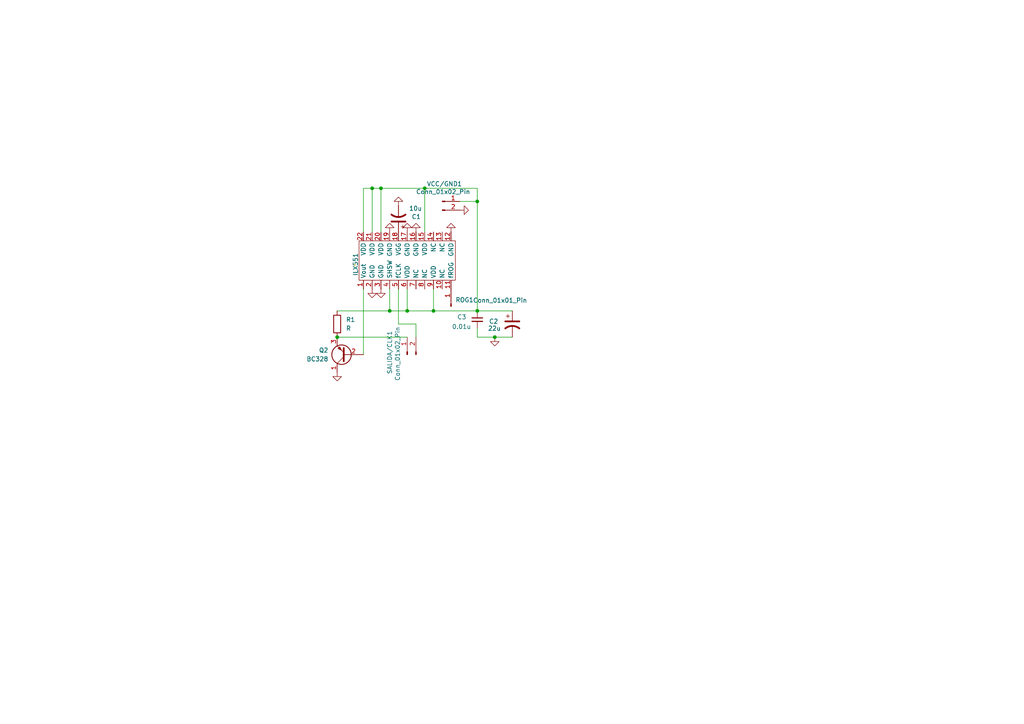
<source format=kicad_sch>
(kicad_sch
	(version 20231120)
	(generator "eeschema")
	(generator_version "8.0")
	(uuid "7d3e9db4-62da-4afb-a161-2c112d112cf8")
	(paper "A4")
	(lib_symbols
		(symbol "Connector:Conn_01x01_Pin"
			(pin_names
				(offset 1.016) hide)
			(exclude_from_sim no)
			(in_bom yes)
			(on_board yes)
			(property "Reference" "J"
				(at 0 2.54 0)
				(effects
					(font
						(size 1.27 1.27)
					)
				)
			)
			(property "Value" "Conn_01x01_Pin"
				(at 0 -2.54 0)
				(effects
					(font
						(size 1.27 1.27)
					)
				)
			)
			(property "Footprint" ""
				(at 0 0 0)
				(effects
					(font
						(size 1.27 1.27)
					)
					(hide yes)
				)
			)
			(property "Datasheet" "~"
				(at 0 0 0)
				(effects
					(font
						(size 1.27 1.27)
					)
					(hide yes)
				)
			)
			(property "Description" "Generic connector, single row, 01x01, script generated"
				(at 0 0 0)
				(effects
					(font
						(size 1.27 1.27)
					)
					(hide yes)
				)
			)
			(property "ki_locked" ""
				(at 0 0 0)
				(effects
					(font
						(size 1.27 1.27)
					)
				)
			)
			(property "ki_keywords" "connector"
				(at 0 0 0)
				(effects
					(font
						(size 1.27 1.27)
					)
					(hide yes)
				)
			)
			(property "ki_fp_filters" "Connector*:*_1x??_*"
				(at 0 0 0)
				(effects
					(font
						(size 1.27 1.27)
					)
					(hide yes)
				)
			)
			(symbol "Conn_01x01_Pin_1_1"
				(polyline
					(pts
						(xy 1.27 0) (xy 0.8636 0)
					)
					(stroke
						(width 0.1524)
						(type default)
					)
					(fill
						(type none)
					)
				)
				(rectangle
					(start 0.8636 0.127)
					(end 0 -0.127)
					(stroke
						(width 0.1524)
						(type default)
					)
					(fill
						(type outline)
					)
				)
				(pin passive line
					(at 5.08 0 180)
					(length 3.81)
					(name "Pin_1"
						(effects
							(font
								(size 1.27 1.27)
							)
						)
					)
					(number "1"
						(effects
							(font
								(size 1.27 1.27)
							)
						)
					)
				)
			)
		)
		(symbol "Connector:Conn_01x02_Pin"
			(pin_names
				(offset 1.016) hide)
			(exclude_from_sim no)
			(in_bom yes)
			(on_board yes)
			(property "Reference" "J"
				(at 0 2.54 0)
				(effects
					(font
						(size 1.27 1.27)
					)
				)
			)
			(property "Value" "Conn_01x02_Pin"
				(at 0 -5.08 0)
				(effects
					(font
						(size 1.27 1.27)
					)
				)
			)
			(property "Footprint" ""
				(at 0 0 0)
				(effects
					(font
						(size 1.27 1.27)
					)
					(hide yes)
				)
			)
			(property "Datasheet" "~"
				(at 0 0 0)
				(effects
					(font
						(size 1.27 1.27)
					)
					(hide yes)
				)
			)
			(property "Description" "Generic connector, single row, 01x02, script generated"
				(at 0 0 0)
				(effects
					(font
						(size 1.27 1.27)
					)
					(hide yes)
				)
			)
			(property "ki_locked" ""
				(at 0 0 0)
				(effects
					(font
						(size 1.27 1.27)
					)
				)
			)
			(property "ki_keywords" "connector"
				(at 0 0 0)
				(effects
					(font
						(size 1.27 1.27)
					)
					(hide yes)
				)
			)
			(property "ki_fp_filters" "Connector*:*_1x??_*"
				(at 0 0 0)
				(effects
					(font
						(size 1.27 1.27)
					)
					(hide yes)
				)
			)
			(symbol "Conn_01x02_Pin_1_1"
				(polyline
					(pts
						(xy 1.27 -2.54) (xy 0.8636 -2.54)
					)
					(stroke
						(width 0.1524)
						(type default)
					)
					(fill
						(type none)
					)
				)
				(polyline
					(pts
						(xy 1.27 0) (xy 0.8636 0)
					)
					(stroke
						(width 0.1524)
						(type default)
					)
					(fill
						(type none)
					)
				)
				(rectangle
					(start 0.8636 -2.413)
					(end 0 -2.667)
					(stroke
						(width 0.1524)
						(type default)
					)
					(fill
						(type outline)
					)
				)
				(rectangle
					(start 0.8636 0.127)
					(end 0 -0.127)
					(stroke
						(width 0.1524)
						(type default)
					)
					(fill
						(type outline)
					)
				)
				(pin passive line
					(at 5.08 0 180)
					(length 3.81)
					(name "Pin_1"
						(effects
							(font
								(size 1.27 1.27)
							)
						)
					)
					(number "1"
						(effects
							(font
								(size 1.27 1.27)
							)
						)
					)
				)
				(pin passive line
					(at 5.08 -2.54 180)
					(length 3.81)
					(name "Pin_2"
						(effects
							(font
								(size 1.27 1.27)
							)
						)
					)
					(number "2"
						(effects
							(font
								(size 1.27 1.27)
							)
						)
					)
				)
			)
		)
		(symbol "Device:C_Polarized_US"
			(pin_numbers hide)
			(pin_names
				(offset 0.254) hide)
			(exclude_from_sim no)
			(in_bom yes)
			(on_board yes)
			(property "Reference" "C"
				(at 0.635 2.54 0)
				(effects
					(font
						(size 1.27 1.27)
					)
					(justify left)
				)
			)
			(property "Value" "C_Polarized_US"
				(at 0.635 -2.54 0)
				(effects
					(font
						(size 1.27 1.27)
					)
					(justify left)
				)
			)
			(property "Footprint" ""
				(at 0 0 0)
				(effects
					(font
						(size 1.27 1.27)
					)
					(hide yes)
				)
			)
			(property "Datasheet" "~"
				(at 0 0 0)
				(effects
					(font
						(size 1.27 1.27)
					)
					(hide yes)
				)
			)
			(property "Description" "Polarized capacitor, US symbol"
				(at 0 0 0)
				(effects
					(font
						(size 1.27 1.27)
					)
					(hide yes)
				)
			)
			(property "ki_keywords" "cap capacitor"
				(at 0 0 0)
				(effects
					(font
						(size 1.27 1.27)
					)
					(hide yes)
				)
			)
			(property "ki_fp_filters" "CP_*"
				(at 0 0 0)
				(effects
					(font
						(size 1.27 1.27)
					)
					(hide yes)
				)
			)
			(symbol "C_Polarized_US_0_1"
				(polyline
					(pts
						(xy -2.032 0.762) (xy 2.032 0.762)
					)
					(stroke
						(width 0.508)
						(type default)
					)
					(fill
						(type none)
					)
				)
				(polyline
					(pts
						(xy -1.778 2.286) (xy -0.762 2.286)
					)
					(stroke
						(width 0)
						(type default)
					)
					(fill
						(type none)
					)
				)
				(polyline
					(pts
						(xy -1.27 1.778) (xy -1.27 2.794)
					)
					(stroke
						(width 0)
						(type default)
					)
					(fill
						(type none)
					)
				)
				(arc
					(start 2.032 -1.27)
					(mid 0 -0.5572)
					(end -2.032 -1.27)
					(stroke
						(width 0.508)
						(type default)
					)
					(fill
						(type none)
					)
				)
			)
			(symbol "C_Polarized_US_1_1"
				(pin passive line
					(at 0 3.81 270)
					(length 2.794)
					(name "~"
						(effects
							(font
								(size 1.27 1.27)
							)
						)
					)
					(number "1"
						(effects
							(font
								(size 1.27 1.27)
							)
						)
					)
				)
				(pin passive line
					(at 0 -3.81 90)
					(length 3.302)
					(name "~"
						(effects
							(font
								(size 1.27 1.27)
							)
						)
					)
					(number "2"
						(effects
							(font
								(size 1.27 1.27)
							)
						)
					)
				)
			)
		)
		(symbol "Device:C_Small"
			(pin_numbers hide)
			(pin_names
				(offset 0.254) hide)
			(exclude_from_sim no)
			(in_bom yes)
			(on_board yes)
			(property "Reference" "C"
				(at 0.254 1.778 0)
				(effects
					(font
						(size 1.27 1.27)
					)
					(justify left)
				)
			)
			(property "Value" "C_Small"
				(at 0.254 -2.032 0)
				(effects
					(font
						(size 1.27 1.27)
					)
					(justify left)
				)
			)
			(property "Footprint" ""
				(at 0 0 0)
				(effects
					(font
						(size 1.27 1.27)
					)
					(hide yes)
				)
			)
			(property "Datasheet" "~"
				(at 0 0 0)
				(effects
					(font
						(size 1.27 1.27)
					)
					(hide yes)
				)
			)
			(property "Description" "Unpolarized capacitor, small symbol"
				(at 0 0 0)
				(effects
					(font
						(size 1.27 1.27)
					)
					(hide yes)
				)
			)
			(property "ki_keywords" "capacitor cap"
				(at 0 0 0)
				(effects
					(font
						(size 1.27 1.27)
					)
					(hide yes)
				)
			)
			(property "ki_fp_filters" "C_*"
				(at 0 0 0)
				(effects
					(font
						(size 1.27 1.27)
					)
					(hide yes)
				)
			)
			(symbol "C_Small_0_1"
				(polyline
					(pts
						(xy -1.524 -0.508) (xy 1.524 -0.508)
					)
					(stroke
						(width 0.3302)
						(type default)
					)
					(fill
						(type none)
					)
				)
				(polyline
					(pts
						(xy -1.524 0.508) (xy 1.524 0.508)
					)
					(stroke
						(width 0.3048)
						(type default)
					)
					(fill
						(type none)
					)
				)
			)
			(symbol "C_Small_1_1"
				(pin passive line
					(at 0 2.54 270)
					(length 2.032)
					(name "~"
						(effects
							(font
								(size 1.27 1.27)
							)
						)
					)
					(number "1"
						(effects
							(font
								(size 1.27 1.27)
							)
						)
					)
				)
				(pin passive line
					(at 0 -2.54 90)
					(length 2.032)
					(name "~"
						(effects
							(font
								(size 1.27 1.27)
							)
						)
					)
					(number "2"
						(effects
							(font
								(size 1.27 1.27)
							)
						)
					)
				)
			)
		)
		(symbol "Device:R"
			(pin_numbers hide)
			(pin_names
				(offset 0)
			)
			(exclude_from_sim no)
			(in_bom yes)
			(on_board yes)
			(property "Reference" "R"
				(at 2.032 0 90)
				(effects
					(font
						(size 1.27 1.27)
					)
				)
			)
			(property "Value" "R"
				(at 0 0 90)
				(effects
					(font
						(size 1.27 1.27)
					)
				)
			)
			(property "Footprint" ""
				(at -1.778 0 90)
				(effects
					(font
						(size 1.27 1.27)
					)
					(hide yes)
				)
			)
			(property "Datasheet" "~"
				(at 0 0 0)
				(effects
					(font
						(size 1.27 1.27)
					)
					(hide yes)
				)
			)
			(property "Description" "Resistor"
				(at 0 0 0)
				(effects
					(font
						(size 1.27 1.27)
					)
					(hide yes)
				)
			)
			(property "ki_keywords" "R res resistor"
				(at 0 0 0)
				(effects
					(font
						(size 1.27 1.27)
					)
					(hide yes)
				)
			)
			(property "ki_fp_filters" "R_*"
				(at 0 0 0)
				(effects
					(font
						(size 1.27 1.27)
					)
					(hide yes)
				)
			)
			(symbol "R_0_1"
				(rectangle
					(start -1.016 -2.54)
					(end 1.016 2.54)
					(stroke
						(width 0.254)
						(type default)
					)
					(fill
						(type none)
					)
				)
			)
			(symbol "R_1_1"
				(pin passive line
					(at 0 3.81 270)
					(length 1.27)
					(name "~"
						(effects
							(font
								(size 1.27 1.27)
							)
						)
					)
					(number "1"
						(effects
							(font
								(size 1.27 1.27)
							)
						)
					)
				)
				(pin passive line
					(at 0 -3.81 90)
					(length 1.27)
					(name "~"
						(effects
							(font
								(size 1.27 1.27)
							)
						)
					)
					(number "2"
						(effects
							(font
								(size 1.27 1.27)
							)
						)
					)
				)
			)
		)
		(symbol "Transistor_BJT:BC328"
			(pin_names
				(offset 0) hide)
			(exclude_from_sim no)
			(in_bom yes)
			(on_board yes)
			(property "Reference" "Q"
				(at 5.08 1.905 0)
				(effects
					(font
						(size 1.27 1.27)
					)
					(justify left)
				)
			)
			(property "Value" "BC328"
				(at 5.08 0 0)
				(effects
					(font
						(size 1.27 1.27)
					)
					(justify left)
				)
			)
			(property "Footprint" "Package_TO_SOT_THT:TO-92_Inline"
				(at 5.08 -1.905 0)
				(effects
					(font
						(size 1.27 1.27)
						(italic yes)
					)
					(justify left)
					(hide yes)
				)
			)
			(property "Datasheet" "http://www.redrok.com/PNP_BC327_-45V_-800mA_0.625W_Hfe100_TO-92.pdf"
				(at 0 0 0)
				(effects
					(font
						(size 1.27 1.27)
					)
					(justify left)
					(hide yes)
				)
			)
			(property "Description" "0.8A Ic, 25V Vce, PNP Transistor, TO-92"
				(at 0 0 0)
				(effects
					(font
						(size 1.27 1.27)
					)
					(hide yes)
				)
			)
			(property "ki_keywords" "PNP Transistor"
				(at 0 0 0)
				(effects
					(font
						(size 1.27 1.27)
					)
					(hide yes)
				)
			)
			(property "ki_fp_filters" "TO?92*"
				(at 0 0 0)
				(effects
					(font
						(size 1.27 1.27)
					)
					(hide yes)
				)
			)
			(symbol "BC328_0_1"
				(polyline
					(pts
						(xy 0.635 0.635) (xy 2.54 2.54)
					)
					(stroke
						(width 0)
						(type default)
					)
					(fill
						(type none)
					)
				)
				(polyline
					(pts
						(xy 0.635 -0.635) (xy 2.54 -2.54) (xy 2.54 -2.54)
					)
					(stroke
						(width 0)
						(type default)
					)
					(fill
						(type none)
					)
				)
				(polyline
					(pts
						(xy 0.635 1.905) (xy 0.635 -1.905) (xy 0.635 -1.905)
					)
					(stroke
						(width 0.508)
						(type default)
					)
					(fill
						(type none)
					)
				)
				(polyline
					(pts
						(xy 2.286 -1.778) (xy 1.778 -2.286) (xy 1.27 -1.27) (xy 2.286 -1.778) (xy 2.286 -1.778)
					)
					(stroke
						(width 0)
						(type default)
					)
					(fill
						(type outline)
					)
				)
				(circle
					(center 1.27 0)
					(radius 2.8194)
					(stroke
						(width 0.254)
						(type default)
					)
					(fill
						(type none)
					)
				)
			)
			(symbol "BC328_1_1"
				(pin passive line
					(at 2.54 5.08 270)
					(length 2.54)
					(name "C"
						(effects
							(font
								(size 1.27 1.27)
							)
						)
					)
					(number "1"
						(effects
							(font
								(size 1.27 1.27)
							)
						)
					)
				)
				(pin input line
					(at -5.08 0 0)
					(length 5.715)
					(name "B"
						(effects
							(font
								(size 1.27 1.27)
							)
						)
					)
					(number "2"
						(effects
							(font
								(size 1.27 1.27)
							)
						)
					)
				)
				(pin passive line
					(at 2.54 -5.08 90)
					(length 2.54)
					(name "E"
						(effects
							(font
								(size 1.27 1.27)
							)
						)
					)
					(number "3"
						(effects
							(font
								(size 1.27 1.27)
							)
						)
					)
				)
			)
		)
		(symbol "ilx551_1"
			(exclude_from_sim no)
			(in_bom yes)
			(on_board yes)
			(property "Reference" "ILX551"
				(at 3.302 7.366 0)
				(effects
					(font
						(size 1.27 1.27)
					)
				)
			)
			(property "Value" "~"
				(at 3.175 7.62 0)
				(effects
					(font
						(size 1.27 1.27)
						(color 255 229 97 1)
					)
				)
			)
			(property "Footprint" "Package_DIP:DIP-22_W10.16mm_Socket_LongPads"
				(at 2.794 -23.876 0)
				(effects
					(font
						(size 1.27 1.27)
						(color 255 229 97 1)
					)
					(hide yes)
				)
			)
			(property "Datasheet" ""
				(at 0 0 0)
				(effects
					(font
						(size 1.27 1.27)
						(color 255 229 97 1)
					)
					(hide yes)
				)
			)
			(property "Description" ""
				(at 0 0 0)
				(effects
					(font
						(size 1.27 1.27)
						(color 255 229 97 1)
					)
					(hide yes)
				)
			)
			(symbol "ilx551_1_0_1"
				(polyline
					(pts
						(xy -1.27 6.35) (xy -1.27 -21.59) (xy 10.16 -21.59) (xy 10.16 6.35) (xy -1.27 6.35)
					)
					(stroke
						(width 0)
						(type default)
					)
					(fill
						(type none)
					)
				)
			)
			(symbol "ilx551_1_1_1"
				(pin input line
					(at -3.81 5.08 0)
					(length 2.54)
					(name "Vout"
						(effects
							(font
								(size 1.27 1.27)
							)
						)
					)
					(number "1"
						(effects
							(font
								(size 1.27 1.27)
							)
						)
					)
				)
				(pin input line
					(at -3.81 -17.78 0)
					(length 2.54)
					(name "NC"
						(effects
							(font
								(size 1.27 1.27)
							)
						)
					)
					(number "10"
						(effects
							(font
								(size 1.27 1.27)
							)
						)
					)
				)
				(pin input line
					(at -3.81 -20.32 0)
					(length 2.54)
					(name "fROG"
						(effects
							(font
								(size 1.27 1.27)
							)
						)
					)
					(number "11"
						(effects
							(font
								(size 1.27 1.27)
							)
						)
					)
				)
				(pin input line
					(at 12.7 -20.32 180)
					(length 2.54)
					(name "GND"
						(effects
							(font
								(size 1.27 1.27)
							)
						)
					)
					(number "12"
						(effects
							(font
								(size 1.27 1.27)
							)
						)
					)
				)
				(pin input line
					(at 12.7 -17.78 180)
					(length 2.54)
					(name "NC"
						(effects
							(font
								(size 1.27 1.27)
							)
						)
					)
					(number "13"
						(effects
							(font
								(size 1.27 1.27)
							)
						)
					)
				)
				(pin input line
					(at 12.7 -15.24 180)
					(length 2.54)
					(name "NC"
						(effects
							(font
								(size 1.27 1.27)
							)
						)
					)
					(number "14"
						(effects
							(font
								(size 1.27 1.27)
							)
						)
					)
				)
				(pin input line
					(at 12.7 -12.7 180)
					(length 2.54)
					(name "VDD"
						(effects
							(font
								(size 1.27 1.27)
							)
						)
					)
					(number "15"
						(effects
							(font
								(size 1.27 1.27)
							)
						)
					)
				)
				(pin input line
					(at 12.7 -10.16 180)
					(length 2.54)
					(name "GND"
						(effects
							(font
								(size 1.27 1.27)
							)
						)
					)
					(number "16"
						(effects
							(font
								(size 1.27 1.27)
							)
						)
					)
				)
				(pin input line
					(at 12.7 -7.62 180)
					(length 2.54)
					(name "GND"
						(effects
							(font
								(size 1.27 1.27)
							)
						)
					)
					(number "17"
						(effects
							(font
								(size 1.27 1.27)
							)
						)
					)
				)
				(pin input line
					(at 12.7 -5.08 180)
					(length 2.54)
					(name "VGG"
						(effects
							(font
								(size 1.27 1.27)
							)
						)
					)
					(number "18"
						(effects
							(font
								(size 1.27 1.27)
							)
						)
					)
				)
				(pin input line
					(at 12.7 -2.54 180)
					(length 2.54)
					(name "GND"
						(effects
							(font
								(size 1.27 1.27)
							)
						)
					)
					(number "19"
						(effects
							(font
								(size 1.27 1.27)
							)
						)
					)
				)
				(pin input line
					(at -3.81 2.54 0)
					(length 2.54)
					(name "GND"
						(effects
							(font
								(size 1.27 1.27)
							)
						)
					)
					(number "2"
						(effects
							(font
								(size 1.27 1.27)
							)
						)
					)
				)
				(pin input line
					(at 12.7 0 180)
					(length 2.54)
					(name "VDD"
						(effects
							(font
								(size 1.27 1.27)
							)
						)
					)
					(number "20"
						(effects
							(font
								(size 1.27 1.27)
							)
						)
					)
				)
				(pin input line
					(at 12.7 2.54 180)
					(length 2.54)
					(name "VDD"
						(effects
							(font
								(size 1.27 1.27)
							)
						)
					)
					(number "21"
						(effects
							(font
								(size 1.27 1.27)
							)
						)
					)
				)
				(pin input line
					(at 12.7 5.08 180)
					(length 2.54)
					(name "VDD"
						(effects
							(font
								(size 1.27 1.27)
							)
						)
					)
					(number "22"
						(effects
							(font
								(size 1.27 1.27)
							)
						)
					)
				)
				(pin input line
					(at -3.81 0 0)
					(length 2.54)
					(name "GND"
						(effects
							(font
								(size 1.27 1.27)
							)
						)
					)
					(number "3"
						(effects
							(font
								(size 1.27 1.27)
							)
						)
					)
				)
				(pin input line
					(at -3.81 -2.54 0)
					(length 2.54)
					(name "SHSW"
						(effects
							(font
								(size 1.27 1.27)
							)
						)
					)
					(number "4"
						(effects
							(font
								(size 1.27 1.27)
							)
						)
					)
				)
				(pin input line
					(at -3.81 -5.08 0)
					(length 2.54)
					(name "fCLK"
						(effects
							(font
								(size 1.27 1.27)
							)
						)
					)
					(number "5"
						(effects
							(font
								(size 1.27 1.27)
							)
						)
					)
				)
				(pin input line
					(at -3.81 -7.62 0)
					(length 2.54)
					(name "VDD"
						(effects
							(font
								(size 1.27 1.27)
							)
						)
					)
					(number "6"
						(effects
							(font
								(size 1.27 1.27)
							)
						)
					)
				)
				(pin input line
					(at -3.81 -10.16 0)
					(length 2.54)
					(name "NC"
						(effects
							(font
								(size 1.27 1.27)
							)
						)
					)
					(number "7"
						(effects
							(font
								(size 1.27 1.27)
							)
						)
					)
				)
				(pin input line
					(at -3.81 -12.7 0)
					(length 2.54)
					(name "NC"
						(effects
							(font
								(size 1.27 1.27)
							)
						)
					)
					(number "8"
						(effects
							(font
								(size 1.27 1.27)
							)
						)
					)
				)
				(pin input line
					(at -3.81 -15.24 0)
					(length 2.54)
					(name "VDD"
						(effects
							(font
								(size 1.27 1.27)
							)
						)
					)
					(number "9"
						(effects
							(font
								(size 1.27 1.27)
							)
						)
					)
				)
			)
		)
		(symbol "power:GND"
			(power)
			(pin_numbers hide)
			(pin_names
				(offset 0) hide)
			(exclude_from_sim no)
			(in_bom yes)
			(on_board yes)
			(property "Reference" "#PWR"
				(at 0 -6.35 0)
				(effects
					(font
						(size 1.27 1.27)
					)
					(hide yes)
				)
			)
			(property "Value" "GND"
				(at 0 -3.81 0)
				(effects
					(font
						(size 1.27 1.27)
					)
				)
			)
			(property "Footprint" ""
				(at 0 0 0)
				(effects
					(font
						(size 1.27 1.27)
					)
					(hide yes)
				)
			)
			(property "Datasheet" ""
				(at 0 0 0)
				(effects
					(font
						(size 1.27 1.27)
					)
					(hide yes)
				)
			)
			(property "Description" "Power symbol creates a global label with name \"GND\" , ground"
				(at 0 0 0)
				(effects
					(font
						(size 1.27 1.27)
					)
					(hide yes)
				)
			)
			(property "ki_keywords" "global power"
				(at 0 0 0)
				(effects
					(font
						(size 1.27 1.27)
					)
					(hide yes)
				)
			)
			(symbol "GND_0_1"
				(polyline
					(pts
						(xy 0 0) (xy 0 -1.27) (xy 1.27 -1.27) (xy 0 -2.54) (xy -1.27 -1.27) (xy 0 -1.27)
					)
					(stroke
						(width 0)
						(type default)
					)
					(fill
						(type none)
					)
				)
			)
			(symbol "GND_1_1"
				(pin power_in line
					(at 0 0 270)
					(length 0)
					(name "~"
						(effects
							(font
								(size 1.27 1.27)
							)
						)
					)
					(number "1"
						(effects
							(font
								(size 1.27 1.27)
							)
						)
					)
				)
			)
		)
	)
	(junction
		(at 125.73 90.17)
		(diameter 0)
		(color 0 0 0 0)
		(uuid "1b43eaa0-d974-438c-a5d6-15c08012eb98")
	)
	(junction
		(at 143.51 97.79)
		(diameter 0)
		(color 0 0 0 0)
		(uuid "213cc823-ff85-4dd6-914f-3a5a255e717c")
	)
	(junction
		(at 123.19 54.61)
		(diameter 0)
		(color 0 0 0 0)
		(uuid "351e43af-e364-420e-820f-d95ae4e444ab")
	)
	(junction
		(at 113.03 90.17)
		(diameter 0)
		(color 0 0 0 0)
		(uuid "43b1673c-f5e8-4d8a-8a47-d1ca87d6560a")
	)
	(junction
		(at 138.43 58.42)
		(diameter 0)
		(color 0 0 0 0)
		(uuid "73ca9110-8641-45ee-bf41-3e1d9d07c1ca")
	)
	(junction
		(at 138.43 90.17)
		(diameter 0)
		(color 0 0 0 0)
		(uuid "7de9d554-f514-40ab-b369-f199c5ca9c72")
	)
	(junction
		(at 110.49 54.61)
		(diameter 0)
		(color 0 0 0 0)
		(uuid "87a77264-c67d-40d1-9fc9-f81d9a94a8eb")
	)
	(junction
		(at 97.79 97.79)
		(diameter 0)
		(color 0 0 0 0)
		(uuid "9bb18a7a-8bf1-436d-9da7-db98230c9859")
	)
	(junction
		(at 118.11 90.17)
		(diameter 0)
		(color 0 0 0 0)
		(uuid "b6bf2590-d166-4d3e-ac3e-e809052a9a0b")
	)
	(junction
		(at 107.95 54.61)
		(diameter 0)
		(color 0 0 0 0)
		(uuid "e1bbdd29-0a75-4f3a-9a63-798c2191fd2b")
	)
	(wire
		(pts
			(xy 125.73 90.17) (xy 118.11 90.17)
		)
		(stroke
			(width 0)
			(type default)
		)
		(uuid "0b3b87af-0fa7-4e82-8366-3983f1e393c6")
	)
	(wire
		(pts
			(xy 125.73 83.82) (xy 125.73 90.17)
		)
		(stroke
			(width 0)
			(type default)
		)
		(uuid "18774973-c066-4a6c-a952-07b2be87ae78")
	)
	(wire
		(pts
			(xy 143.51 97.79) (xy 148.59 97.79)
		)
		(stroke
			(width 0)
			(type default)
		)
		(uuid "1a211abb-e0f1-432b-aee4-65b3be20dab4")
	)
	(wire
		(pts
			(xy 105.41 54.61) (xy 107.95 54.61)
		)
		(stroke
			(width 0)
			(type default)
		)
		(uuid "2fa0a87f-3e74-4f1a-858b-775aa31d5512")
	)
	(wire
		(pts
			(xy 133.35 58.42) (xy 138.43 58.42)
		)
		(stroke
			(width 0)
			(type default)
		)
		(uuid "305f59d3-3ce8-42b3-b444-74edc8e660e4")
	)
	(wire
		(pts
			(xy 138.43 90.17) (xy 148.59 90.17)
		)
		(stroke
			(width 0)
			(type default)
		)
		(uuid "4adb4881-8483-4d9e-94d8-ffcd8298d733")
	)
	(wire
		(pts
			(xy 138.43 54.61) (xy 138.43 58.42)
		)
		(stroke
			(width 0)
			(type default)
		)
		(uuid "53a9a706-38de-43c3-9cc3-4e3dc496c539")
	)
	(wire
		(pts
			(xy 118.11 83.82) (xy 118.11 90.17)
		)
		(stroke
			(width 0)
			(type default)
		)
		(uuid "55fd2183-e1ae-428a-a708-cd5459fbd6b6")
	)
	(wire
		(pts
			(xy 120.65 93.98) (xy 120.65 97.79)
		)
		(stroke
			(width 0)
			(type default)
		)
		(uuid "5933e009-d9bd-4d11-9360-45138d7982de")
	)
	(wire
		(pts
			(xy 115.57 83.82) (xy 115.57 93.98)
		)
		(stroke
			(width 0)
			(type default)
		)
		(uuid "6aa82a4a-5251-4909-be03-f5b439808fc1")
	)
	(wire
		(pts
			(xy 105.41 83.82) (xy 105.41 102.87)
		)
		(stroke
			(width 0)
			(type default)
		)
		(uuid "75be1360-fecd-422b-b43c-ba4bb046b9f5")
	)
	(wire
		(pts
			(xy 123.19 54.61) (xy 138.43 54.61)
		)
		(stroke
			(width 0)
			(type default)
		)
		(uuid "87ea0f08-4180-44ca-8326-6d8a13f74690")
	)
	(wire
		(pts
			(xy 110.49 54.61) (xy 123.19 54.61)
		)
		(stroke
			(width 0)
			(type default)
		)
		(uuid "97ae0f41-3d1e-4163-96da-7e0a868a3c73")
	)
	(wire
		(pts
			(xy 110.49 54.61) (xy 110.49 67.31)
		)
		(stroke
			(width 0)
			(type default)
		)
		(uuid "98331ece-75d4-4fa6-8776-6a4b00e9b25f")
	)
	(wire
		(pts
			(xy 118.11 90.17) (xy 113.03 90.17)
		)
		(stroke
			(width 0)
			(type default)
		)
		(uuid "9a047fb9-b226-4dec-8d6e-3f1e4d1c3d96")
	)
	(wire
		(pts
			(xy 138.43 97.79) (xy 143.51 97.79)
		)
		(stroke
			(width 0)
			(type default)
		)
		(uuid "9bbeb842-6ed0-45d9-9ae5-781b5d7f51fb")
	)
	(wire
		(pts
			(xy 97.79 97.79) (xy 118.11 97.79)
		)
		(stroke
			(width 0)
			(type default)
		)
		(uuid "a7e4a449-4fc0-498b-b703-2784c65263d8")
	)
	(wire
		(pts
			(xy 138.43 97.79) (xy 138.43 95.25)
		)
		(stroke
			(width 0)
			(type default)
		)
		(uuid "a8681337-3a01-4644-b02a-e2aa2a2a0b78")
	)
	(wire
		(pts
			(xy 107.95 54.61) (xy 110.49 54.61)
		)
		(stroke
			(width 0)
			(type default)
		)
		(uuid "ac1ba9a0-893c-4410-b905-fa9adecd286f")
	)
	(wire
		(pts
			(xy 138.43 58.42) (xy 138.43 90.17)
		)
		(stroke
			(width 0)
			(type default)
		)
		(uuid "b2b6be0a-f589-4aae-a62f-60c2c76c6f6b")
	)
	(wire
		(pts
			(xy 107.95 54.61) (xy 107.95 67.31)
		)
		(stroke
			(width 0)
			(type default)
		)
		(uuid "c0879cf7-e677-420f-bd8f-c072a5acddec")
	)
	(wire
		(pts
			(xy 138.43 90.17) (xy 125.73 90.17)
		)
		(stroke
			(width 0)
			(type default)
		)
		(uuid "ccf633b4-9f7d-4f85-a69b-b88de4fbb56a")
	)
	(wire
		(pts
			(xy 105.41 54.61) (xy 105.41 67.31)
		)
		(stroke
			(width 0)
			(type default)
		)
		(uuid "d08d142a-3fb9-4282-8997-8c589ed7c417")
	)
	(wire
		(pts
			(xy 97.79 90.17) (xy 113.03 90.17)
		)
		(stroke
			(width 0)
			(type default)
		)
		(uuid "d4877a1a-62dd-4e43-9b9d-290190550f86")
	)
	(wire
		(pts
			(xy 113.03 83.82) (xy 113.03 90.17)
		)
		(stroke
			(width 0)
			(type default)
		)
		(uuid "da534d34-d37a-4a1a-a7f1-0377696d611c")
	)
	(wire
		(pts
			(xy 115.57 93.98) (xy 120.65 93.98)
		)
		(stroke
			(width 0)
			(type default)
		)
		(uuid "e549e000-c6cf-4e1e-9d21-49022bff5478")
	)
	(wire
		(pts
			(xy 123.19 54.61) (xy 123.19 67.31)
		)
		(stroke
			(width 0)
			(type default)
		)
		(uuid "e898c87a-01f2-4f2e-9065-e53248a945a5")
	)
	(symbol
		(lib_id "power:GND")
		(at 113.03 67.31 180)
		(unit 1)
		(exclude_from_sim no)
		(in_bom yes)
		(on_board yes)
		(dnp no)
		(fields_autoplaced yes)
		(uuid "0ac4644a-46ab-4978-acb0-4608ebcb0b1f")
		(property "Reference" "#PWR02"
			(at 113.03 60.96 0)
			(effects
				(font
					(size 1.27 1.27)
				)
				(hide yes)
			)
		)
		(property "Value" "GND"
			(at 113.03 62.23 0)
			(effects
				(font
					(size 1.27 1.27)
				)
				(hide yes)
			)
		)
		(property "Footprint" ""
			(at 113.03 67.31 0)
			(effects
				(font
					(size 1.27 1.27)
				)
				(hide yes)
			)
		)
		(property "Datasheet" ""
			(at 113.03 67.31 0)
			(effects
				(font
					(size 1.27 1.27)
				)
				(hide yes)
			)
		)
		(property "Description" "Power symbol creates a global label with name \"GND\" , ground"
			(at 113.03 67.31 0)
			(effects
				(font
					(size 1.27 1.27)
				)
				(hide yes)
			)
		)
		(pin "1"
			(uuid "72fd3ef5-79dc-48fd-8c4f-0dc97a26d665")
		)
		(instances
			(project "ILX551"
				(path "/7d3e9db4-62da-4afb-a161-2c112d112cf8"
					(reference "#PWR02")
					(unit 1)
				)
			)
		)
	)
	(symbol
		(lib_id "Device:C_Polarized_US")
		(at 148.59 93.98 0)
		(unit 1)
		(exclude_from_sim no)
		(in_bom yes)
		(on_board yes)
		(dnp no)
		(uuid "188d4859-2659-4289-b2ee-37c67c4f2ac3")
		(property "Reference" "C2"
			(at 144.526 93.218 0)
			(effects
				(font
					(size 1.27 1.27)
				)
				(justify right)
			)
		)
		(property "Value" "22u"
			(at 145.288 95.25 0)
			(effects
				(font
					(size 1.27 1.27)
				)
				(justify right)
			)
		)
		(property "Footprint" "Capacitor_THT:CP_Radial_D5.0mm_P2.50mm"
			(at 148.59 93.98 0)
			(effects
				(font
					(size 1.27 1.27)
				)
				(hide yes)
			)
		)
		(property "Datasheet" "~"
			(at 148.59 93.98 0)
			(effects
				(font
					(size 1.27 1.27)
				)
				(hide yes)
			)
		)
		(property "Description" "Polarized capacitor, US symbol"
			(at 148.59 93.98 0)
			(effects
				(font
					(size 1.27 1.27)
				)
				(hide yes)
			)
		)
		(pin "2"
			(uuid "418cadb1-37ac-4a8f-9925-797de6d2b5a8")
		)
		(pin "1"
			(uuid "f1c1f543-74c2-4327-a27d-c8634975c78d")
		)
		(instances
			(project "ILX551"
				(path "/7d3e9db4-62da-4afb-a161-2c112d112cf8"
					(reference "C2")
					(unit 1)
				)
			)
		)
	)
	(symbol
		(lib_id "power:GND")
		(at 133.35 60.96 90)
		(unit 1)
		(exclude_from_sim no)
		(in_bom yes)
		(on_board yes)
		(dnp no)
		(fields_autoplaced yes)
		(uuid "28a42f3d-35cb-4d15-ad82-72a6e4147da1")
		(property "Reference" "#PWR010"
			(at 139.7 60.96 0)
			(effects
				(font
					(size 1.27 1.27)
				)
				(hide yes)
			)
		)
		(property "Value" "GND"
			(at 138.43 60.96 0)
			(effects
				(font
					(size 1.27 1.27)
				)
				(hide yes)
			)
		)
		(property "Footprint" ""
			(at 133.35 60.96 0)
			(effects
				(font
					(size 1.27 1.27)
				)
				(hide yes)
			)
		)
		(property "Datasheet" ""
			(at 133.35 60.96 0)
			(effects
				(font
					(size 1.27 1.27)
				)
				(hide yes)
			)
		)
		(property "Description" "Power symbol creates a global label with name \"GND\" , ground"
			(at 133.35 60.96 0)
			(effects
				(font
					(size 1.27 1.27)
				)
				(hide yes)
			)
		)
		(pin "1"
			(uuid "b1cec063-b182-405c-bd43-50c09a723a40")
		)
		(instances
			(project "ILX551"
				(path "/7d3e9db4-62da-4afb-a161-2c112d112cf8"
					(reference "#PWR010")
					(unit 1)
				)
			)
		)
	)
	(symbol
		(lib_id "power:GND")
		(at 97.79 107.95 0)
		(unit 1)
		(exclude_from_sim no)
		(in_bom yes)
		(on_board yes)
		(dnp no)
		(uuid "2954667a-3287-4624-8bab-bee2d196acd3")
		(property "Reference" "#PWR01"
			(at 97.79 114.3 0)
			(effects
				(font
					(size 1.27 1.27)
				)
				(hide yes)
			)
		)
		(property "Value" "GND"
			(at 97.79 112.776 0)
			(effects
				(font
					(size 1.27 1.27)
				)
				(hide yes)
			)
		)
		(property "Footprint" ""
			(at 97.79 107.95 0)
			(effects
				(font
					(size 1.27 1.27)
				)
				(hide yes)
			)
		)
		(property "Datasheet" ""
			(at 97.79 107.95 0)
			(effects
				(font
					(size 1.27 1.27)
				)
				(hide yes)
			)
		)
		(property "Description" "Power symbol creates a global label with name \"GND\" , ground"
			(at 97.79 107.95 0)
			(effects
				(font
					(size 1.27 1.27)
				)
				(hide yes)
			)
		)
		(pin "1"
			(uuid "59f796f4-9b93-4116-8526-c6d6a0928890")
		)
		(instances
			(project "ILX551"
				(path "/7d3e9db4-62da-4afb-a161-2c112d112cf8"
					(reference "#PWR01")
					(unit 1)
				)
			)
		)
	)
	(symbol
		(lib_id "power:GND")
		(at 120.65 67.31 180)
		(unit 1)
		(exclude_from_sim no)
		(in_bom yes)
		(on_board yes)
		(dnp no)
		(fields_autoplaced yes)
		(uuid "38143e6b-241e-4b5d-88c0-b9dbb82f4025")
		(property "Reference" "#PWR04"
			(at 120.65 60.96 0)
			(effects
				(font
					(size 1.27 1.27)
				)
				(hide yes)
			)
		)
		(property "Value" "GND"
			(at 120.65 62.23 0)
			(effects
				(font
					(size 1.27 1.27)
				)
				(hide yes)
			)
		)
		(property "Footprint" ""
			(at 120.65 67.31 0)
			(effects
				(font
					(size 1.27 1.27)
				)
				(hide yes)
			)
		)
		(property "Datasheet" ""
			(at 120.65 67.31 0)
			(effects
				(font
					(size 1.27 1.27)
				)
				(hide yes)
			)
		)
		(property "Description" "Power symbol creates a global label with name \"GND\" , ground"
			(at 120.65 67.31 0)
			(effects
				(font
					(size 1.27 1.27)
				)
				(hide yes)
			)
		)
		(pin "1"
			(uuid "c77d79fb-bddd-4f59-a3ec-302c0e789b62")
		)
		(instances
			(project "ILX551"
				(path "/7d3e9db4-62da-4afb-a161-2c112d112cf8"
					(reference "#PWR04")
					(unit 1)
				)
			)
		)
	)
	(symbol
		(lib_id "power:GND")
		(at 118.11 67.31 180)
		(unit 1)
		(exclude_from_sim no)
		(in_bom yes)
		(on_board yes)
		(dnp no)
		(fields_autoplaced yes)
		(uuid "3883d23d-4c11-45f1-ae21-62dfdf974042")
		(property "Reference" "#PWR03"
			(at 118.11 60.96 0)
			(effects
				(font
					(size 1.27 1.27)
				)
				(hide yes)
			)
		)
		(property "Value" "GND"
			(at 118.11 62.23 0)
			(effects
				(font
					(size 1.27 1.27)
				)
				(hide yes)
			)
		)
		(property "Footprint" ""
			(at 118.11 67.31 0)
			(effects
				(font
					(size 1.27 1.27)
				)
				(hide yes)
			)
		)
		(property "Datasheet" ""
			(at 118.11 67.31 0)
			(effects
				(font
					(size 1.27 1.27)
				)
				(hide yes)
			)
		)
		(property "Description" "Power symbol creates a global label with name \"GND\" , ground"
			(at 118.11 67.31 0)
			(effects
				(font
					(size 1.27 1.27)
				)
				(hide yes)
			)
		)
		(pin "1"
			(uuid "867eec80-298a-48a6-acda-0104f7a0f0c5")
		)
		(instances
			(project "ILX551"
				(path "/7d3e9db4-62da-4afb-a161-2c112d112cf8"
					(reference "#PWR03")
					(unit 1)
				)
			)
		)
	)
	(symbol
		(lib_id "Device:R")
		(at 97.79 93.98 0)
		(unit 1)
		(exclude_from_sim no)
		(in_bom yes)
		(on_board yes)
		(dnp no)
		(fields_autoplaced yes)
		(uuid "3af8626c-4fc3-409a-ab0b-4dabb4bec0cc")
		(property "Reference" "R1"
			(at 100.33 92.7099 0)
			(effects
				(font
					(size 1.27 1.27)
				)
				(justify left)
			)
		)
		(property "Value" "R"
			(at 100.33 95.2499 0)
			(effects
				(font
					(size 1.27 1.27)
				)
				(justify left)
			)
		)
		(property "Footprint" "Resistor_THT:R_Axial_DIN0204_L3.6mm_D1.6mm_P2.54mm_Vertical"
			(at 96.012 93.98 90)
			(effects
				(font
					(size 1.27 1.27)
				)
				(hide yes)
			)
		)
		(property "Datasheet" "~"
			(at 97.79 93.98 0)
			(effects
				(font
					(size 1.27 1.27)
				)
				(hide yes)
			)
		)
		(property "Description" "Resistor"
			(at 97.79 93.98 0)
			(effects
				(font
					(size 1.27 1.27)
				)
				(hide yes)
			)
		)
		(pin "1"
			(uuid "d85a5f4c-81a2-4fa4-8860-3acea1d4b8e7")
		)
		(pin "2"
			(uuid "67c63d7c-bc98-45d0-b2a0-15ff994c20a8")
		)
		(instances
			(project "ILX551"
				(path "/7d3e9db4-62da-4afb-a161-2c112d112cf8"
					(reference "R1")
					(unit 1)
				)
			)
		)
	)
	(symbol
		(lib_id "Connector:Conn_01x01_Pin")
		(at 130.81 88.9 90)
		(unit 1)
		(exclude_from_sim no)
		(in_bom yes)
		(on_board yes)
		(dnp no)
		(uuid "4a0159c8-b744-4789-a399-cd2a0305c4c5")
		(property "Reference" "ROG1"
			(at 132.08 86.9949 90)
			(effects
				(font
					(size 1.27 1.27)
				)
				(justify right)
			)
		)
		(property "Value" "Conn_01x01_Pin"
			(at 137.16 87.122 90)
			(effects
				(font
					(size 1.27 1.27)
				)
				(justify right)
			)
		)
		(property "Footprint" "Connector_PinHeader_1.00mm:PinHeader_1x01_P1.00mm_Vertical"
			(at 130.81 88.9 0)
			(effects
				(font
					(size 1.27 1.27)
				)
				(hide yes)
			)
		)
		(property "Datasheet" "~"
			(at 130.81 88.9 0)
			(effects
				(font
					(size 1.27 1.27)
				)
				(hide yes)
			)
		)
		(property "Description" "Generic connector, single row, 01x01, script generated"
			(at 130.81 88.9 0)
			(effects
				(font
					(size 1.27 1.27)
				)
				(hide yes)
			)
		)
		(pin "1"
			(uuid "6afd65ee-8dfa-4dfb-9330-81c79a36bb52")
		)
		(instances
			(project "ILX551"
				(path "/7d3e9db4-62da-4afb-a161-2c112d112cf8"
					(reference "ROG1")
					(unit 1)
				)
			)
		)
	)
	(symbol
		(lib_id "power:GND")
		(at 143.51 97.79 0)
		(unit 1)
		(exclude_from_sim no)
		(in_bom yes)
		(on_board yes)
		(dnp no)
		(fields_autoplaced yes)
		(uuid "4d2e9bad-b616-434e-a817-ed3137b9b6af")
		(property "Reference" "#PWR09"
			(at 143.51 104.14 0)
			(effects
				(font
					(size 1.27 1.27)
				)
				(hide yes)
			)
		)
		(property "Value" "GND"
			(at 143.51 102.87 0)
			(effects
				(font
					(size 1.27 1.27)
				)
				(hide yes)
			)
		)
		(property "Footprint" ""
			(at 143.51 97.79 0)
			(effects
				(font
					(size 1.27 1.27)
				)
				(hide yes)
			)
		)
		(property "Datasheet" ""
			(at 143.51 97.79 0)
			(effects
				(font
					(size 1.27 1.27)
				)
				(hide yes)
			)
		)
		(property "Description" "Power symbol creates a global label with name \"GND\" , ground"
			(at 143.51 97.79 0)
			(effects
				(font
					(size 1.27 1.27)
				)
				(hide yes)
			)
		)
		(pin "1"
			(uuid "f899f36b-16f3-4145-802c-9bb28d3bc15f")
		)
		(instances
			(project "ILX551"
				(path "/7d3e9db4-62da-4afb-a161-2c112d112cf8"
					(reference "#PWR09")
					(unit 1)
				)
			)
		)
	)
	(symbol
		(lib_id "Connector:Conn_01x02_Pin")
		(at 128.27 58.42 0)
		(unit 1)
		(exclude_from_sim no)
		(in_bom yes)
		(on_board yes)
		(dnp no)
		(uuid "51befabe-7ed4-4a5d-835a-d364fba67f54")
		(property "Reference" "VCC/GND1"
			(at 128.905 53.34 0)
			(effects
				(font
					(size 1.27 1.27)
				)
			)
		)
		(property "Value" "Conn_01x02_Pin"
			(at 128.524 55.626 0)
			(effects
				(font
					(size 1.27 1.27)
				)
			)
		)
		(property "Footprint" "Connector_PinHeader_2.54mm:PinHeader_1x02_P2.54mm_Vertical"
			(at 128.27 58.42 0)
			(effects
				(font
					(size 1.27 1.27)
				)
				(hide yes)
			)
		)
		(property "Datasheet" "~"
			(at 128.27 58.42 0)
			(effects
				(font
					(size 1.27 1.27)
				)
				(hide yes)
			)
		)
		(property "Description" "Generic connector, single row, 01x02, script generated"
			(at 128.27 58.42 0)
			(effects
				(font
					(size 1.27 1.27)
				)
				(hide yes)
			)
		)
		(pin "2"
			(uuid "a48b2bc4-8b69-4908-a6ea-41661dec6ca9")
		)
		(pin "1"
			(uuid "49ecef41-af54-4bd3-85ea-616a049357d9")
		)
		(instances
			(project "ILX551"
				(path "/7d3e9db4-62da-4afb-a161-2c112d112cf8"
					(reference "VCC/GND1")
					(unit 1)
				)
			)
		)
	)
	(symbol
		(lib_id "Transistor_BJT:BC328")
		(at 100.33 102.87 180)
		(unit 1)
		(exclude_from_sim no)
		(in_bom yes)
		(on_board yes)
		(dnp no)
		(fields_autoplaced yes)
		(uuid "5f6ce5d6-4dd8-45d5-af60-9fa4ba68a0af")
		(property "Reference" "Q2"
			(at 95.25 101.5999 0)
			(effects
				(font
					(size 1.27 1.27)
				)
				(justify left)
			)
		)
		(property "Value" "BC328"
			(at 95.25 104.1399 0)
			(effects
				(font
					(size 1.27 1.27)
				)
				(justify left)
			)
		)
		(property "Footprint" "Package_TO_SOT_THT:TO-92_Inline"
			(at 95.25 100.965 0)
			(effects
				(font
					(size 1.27 1.27)
					(italic yes)
				)
				(justify left)
				(hide yes)
			)
		)
		(property "Datasheet" "http://www.redrok.com/PNP_BC327_-45V_-800mA_0.625W_Hfe100_TO-92.pdf"
			(at 100.33 102.87 0)
			(effects
				(font
					(size 1.27 1.27)
				)
				(justify left)
				(hide yes)
			)
		)
		(property "Description" "0.8A Ic, 25V Vce, PNP Transistor, TO-92"
			(at 100.33 102.87 0)
			(effects
				(font
					(size 1.27 1.27)
				)
				(hide yes)
			)
		)
		(pin "1"
			(uuid "6de4aa40-e614-46af-9a59-83c2c6a1a6e5")
		)
		(pin "2"
			(uuid "a758682a-b703-449e-905a-a919b6b4dfae")
		)
		(pin "3"
			(uuid "c3de802c-84bc-4c93-a5fb-b5da63ce8ebc")
		)
		(instances
			(project "ILX551"
				(path "/7d3e9db4-62da-4afb-a161-2c112d112cf8"
					(reference "Q2")
					(unit 1)
				)
			)
		)
	)
	(symbol
		(lib_id "Device:C_Small")
		(at 138.43 92.71 0)
		(unit 1)
		(exclude_from_sim no)
		(in_bom yes)
		(on_board yes)
		(dnp no)
		(uuid "6ca0ba2a-0bf1-430a-8aa5-92aa85af1648")
		(property "Reference" "C3"
			(at 132.588 91.948 0)
			(effects
				(font
					(size 1.27 1.27)
				)
				(justify left)
			)
		)
		(property "Value" "0.01u"
			(at 131.064 94.742 0)
			(effects
				(font
					(size 1.27 1.27)
				)
				(justify left)
			)
		)
		(property "Footprint" "Capacitor_THT:C_Disc_D8.0mm_W2.5mm_P5.00mm"
			(at 138.43 92.71 0)
			(effects
				(font
					(size 1.27 1.27)
				)
				(hide yes)
			)
		)
		(property "Datasheet" "~"
			(at 138.43 92.71 0)
			(effects
				(font
					(size 1.27 1.27)
				)
				(hide yes)
			)
		)
		(property "Description" "Unpolarized capacitor, small symbol"
			(at 138.43 92.71 0)
			(effects
				(font
					(size 1.27 1.27)
				)
				(hide yes)
			)
		)
		(pin "2"
			(uuid "46457761-45dc-424a-ac27-b76d5dccc1a3")
		)
		(pin "1"
			(uuid "f9f2791f-c9fb-4215-8240-b872e32b5544")
		)
		(instances
			(project "ILX551"
				(path "/7d3e9db4-62da-4afb-a161-2c112d112cf8"
					(reference "C3")
					(unit 1)
				)
			)
		)
	)
	(symbol
		(lib_name "ilx551_1")
		(lib_id "New_Library:ilx551")
		(at 110.49 80.01 90)
		(unit 1)
		(exclude_from_sim no)
		(in_bom yes)
		(on_board yes)
		(dnp no)
		(uuid "7ab230d2-a0d5-427a-ad8a-4f43e7a10b4b")
		(property "Reference" "ILX551"
			(at 103.124 76.708 0)
			(effects
				(font
					(size 1.27 1.27)
				)
			)
		)
		(property "Value" "~"
			(at 102.87 76.835 0)
			(effects
				(font
					(size 1.27 1.27)
					(color 255 229 97 1)
				)
			)
		)
		(property "Footprint" "Package_DIP:DIP-22_W10.16mm_Socket_LongPads"
			(at 134.366 77.216 0)
			(effects
				(font
					(size 1.27 1.27)
					(color 255 229 97 1)
				)
				(hide yes)
			)
		)
		(property "Datasheet" ""
			(at 110.49 80.01 0)
			(effects
				(font
					(size 1.27 1.27)
					(color 255 229 97 1)
				)
				(hide yes)
			)
		)
		(property "Description" ""
			(at 110.49 80.01 0)
			(effects
				(font
					(size 1.27 1.27)
					(color 255 229 97 1)
				)
				(hide yes)
			)
		)
		(pin "2"
			(uuid "ba79c6c6-bb31-4962-bea2-ef658b36c110")
		)
		(pin "3"
			(uuid "d171dbf1-3a79-4b73-8840-1f0aa1e17e97")
		)
		(pin "1"
			(uuid "b4adf26c-996b-41b5-ae3d-9bfd903d75c8")
		)
		(pin "16"
			(uuid "1792d77b-535a-490a-88be-3a4c96e8d2d9")
		)
		(pin "13"
			(uuid "50326943-1937-446b-a497-cb3433cd5175")
		)
		(pin "10"
			(uuid "affa888b-c9d3-4068-88c5-e810745d740f")
		)
		(pin "4"
			(uuid "3c2f5d9a-79f0-4bde-8f18-ff40a9e7981c")
		)
		(pin "14"
			(uuid "d2a8f52f-6c9f-4d39-a608-4094ea2f0d65")
		)
		(pin "11"
			(uuid "6188fe6d-846b-405b-a0ae-8650e40c96ca")
		)
		(pin "18"
			(uuid "b9521a99-f317-459f-8219-a658b85f2be7")
		)
		(pin "7"
			(uuid "6902eea0-6ce3-4353-ba6e-2edbd692d715")
		)
		(pin "8"
			(uuid "9e22cd54-30ba-47a6-b061-8891803bb60a")
		)
		(pin "15"
			(uuid "d550bad2-14e9-4cde-839f-4771f6ce9af9")
		)
		(pin "20"
			(uuid "6bfc9386-50c6-4ec1-9b8f-f6143911183f")
		)
		(pin "19"
			(uuid "a8cd8d58-b0c9-4106-82cf-23e7e99901ae")
		)
		(pin "6"
			(uuid "7826e8c0-a0fd-4a07-8df7-5fc6c0c18ec9")
		)
		(pin "12"
			(uuid "aede1efb-31d1-4814-ba5e-0205497a975a")
		)
		(pin "17"
			(uuid "581947cc-c115-4b43-b44d-4128a53c57ac")
		)
		(pin "21"
			(uuid "d5397849-817b-4a95-9c47-53c4215d6c2d")
		)
		(pin "9"
			(uuid "0f72a892-5a73-4ce5-acad-d02b7322aaf2")
		)
		(pin "5"
			(uuid "fe06003f-edc4-4183-8a2f-5319553d9203")
		)
		(pin "22"
			(uuid "0724906f-8d25-4457-b005-0446e99c44d4")
		)
		(instances
			(project "ILX551"
				(path "/7d3e9db4-62da-4afb-a161-2c112d112cf8"
					(reference "ILX551")
					(unit 1)
				)
			)
		)
	)
	(symbol
		(lib_id "Connector:Conn_01x02_Pin")
		(at 118.11 102.87 90)
		(unit 1)
		(exclude_from_sim no)
		(in_bom yes)
		(on_board yes)
		(dnp no)
		(uuid "892694fa-5cb2-46b0-8c0f-8089a70cfa35")
		(property "Reference" "SALIDA/CLK1"
			(at 113.03 102.235 0)
			(effects
				(font
					(size 1.27 1.27)
				)
			)
		)
		(property "Value" "Conn_01x02_Pin"
			(at 115.316 102.616 0)
			(effects
				(font
					(size 1.27 1.27)
				)
			)
		)
		(property "Footprint" "Connector_PinHeader_2.54mm:PinHeader_1x02_P2.54mm_Vertical"
			(at 118.11 102.87 0)
			(effects
				(font
					(size 1.27 1.27)
				)
				(hide yes)
			)
		)
		(property "Datasheet" "~"
			(at 118.11 102.87 0)
			(effects
				(font
					(size 1.27 1.27)
				)
				(hide yes)
			)
		)
		(property "Description" "Generic connector, single row, 01x02, script generated"
			(at 118.11 102.87 0)
			(effects
				(font
					(size 1.27 1.27)
				)
				(hide yes)
			)
		)
		(pin "2"
			(uuid "b841cc71-2afb-45df-b398-198ccfda4955")
		)
		(pin "1"
			(uuid "7b2a18d0-2765-4327-b37e-fb07144c0ace")
		)
		(instances
			(project "ILX551"
				(path "/7d3e9db4-62da-4afb-a161-2c112d112cf8"
					(reference "SALIDA/CLK1")
					(unit 1)
				)
			)
		)
	)
	(symbol
		(lib_id "power:GND")
		(at 110.49 83.82 0)
		(unit 1)
		(exclude_from_sim no)
		(in_bom yes)
		(on_board yes)
		(dnp no)
		(uuid "ebf4ac4a-ea14-47c8-a329-28ddf9e32fdc")
		(property "Reference" "#PWR07"
			(at 110.49 90.17 0)
			(effects
				(font
					(size 1.27 1.27)
				)
				(hide yes)
			)
		)
		(property "Value" "GND"
			(at 110.49 84.074 0)
			(effects
				(font
					(size 1.27 1.27)
				)
				(hide yes)
			)
		)
		(property "Footprint" ""
			(at 110.49 83.82 0)
			(effects
				(font
					(size 1.27 1.27)
				)
				(hide yes)
			)
		)
		(property "Datasheet" ""
			(at 110.49 83.82 0)
			(effects
				(font
					(size 1.27 1.27)
				)
				(hide yes)
			)
		)
		(property "Description" "Power symbol creates a global label with name \"GND\" , ground"
			(at 110.49 83.82 0)
			(effects
				(font
					(size 1.27 1.27)
				)
				(hide yes)
			)
		)
		(pin "1"
			(uuid "d1ce96f7-5f36-4812-b289-3c62f0e7d557")
		)
		(instances
			(project "ILX551"
				(path "/7d3e9db4-62da-4afb-a161-2c112d112cf8"
					(reference "#PWR07")
					(unit 1)
				)
			)
		)
	)
	(symbol
		(lib_id "power:GND")
		(at 130.81 67.31 180)
		(unit 1)
		(exclude_from_sim no)
		(in_bom yes)
		(on_board yes)
		(dnp no)
		(fields_autoplaced yes)
		(uuid "f3251cc6-92da-48b4-99c1-f6e3157f1380")
		(property "Reference" "#PWR05"
			(at 130.81 60.96 0)
			(effects
				(font
					(size 1.27 1.27)
				)
				(hide yes)
			)
		)
		(property "Value" "GND"
			(at 130.81 62.23 0)
			(effects
				(font
					(size 1.27 1.27)
				)
				(hide yes)
			)
		)
		(property "Footprint" ""
			(at 130.81 67.31 0)
			(effects
				(font
					(size 1.27 1.27)
				)
				(hide yes)
			)
		)
		(property "Datasheet" ""
			(at 130.81 67.31 0)
			(effects
				(font
					(size 1.27 1.27)
				)
				(hide yes)
			)
		)
		(property "Description" "Power symbol creates a global label with name \"GND\" , ground"
			(at 130.81 67.31 0)
			(effects
				(font
					(size 1.27 1.27)
				)
				(hide yes)
			)
		)
		(pin "1"
			(uuid "5c80471f-dd48-4095-bf4e-ff3a0c3c48e7")
		)
		(instances
			(project "ILX551"
				(path "/7d3e9db4-62da-4afb-a161-2c112d112cf8"
					(reference "#PWR05")
					(unit 1)
				)
			)
		)
	)
	(symbol
		(lib_id "Device:C_Polarized_US")
		(at 115.57 63.5 180)
		(unit 1)
		(exclude_from_sim no)
		(in_bom yes)
		(on_board yes)
		(dnp no)
		(uuid "f6213ad4-8b88-4713-9bb1-991f1d3e2408")
		(property "Reference" "C1"
			(at 119.38 62.8649 0)
			(effects
				(font
					(size 1.27 1.27)
				)
				(justify right)
			)
		)
		(property "Value" "10u"
			(at 118.618 60.452 0)
			(effects
				(font
					(size 1.27 1.27)
				)
				(justify right)
			)
		)
		(property "Footprint" "Capacitor_THT:CP_Radial_D5.0mm_P2.50mm"
			(at 115.57 63.5 0)
			(effects
				(font
					(size 1.27 1.27)
				)
				(hide yes)
			)
		)
		(property "Datasheet" "~"
			(at 115.57 63.5 0)
			(effects
				(font
					(size 1.27 1.27)
				)
				(hide yes)
			)
		)
		(property "Description" "Polarized capacitor, US symbol"
			(at 115.57 63.5 0)
			(effects
				(font
					(size 1.27 1.27)
				)
				(hide yes)
			)
		)
		(pin "2"
			(uuid "302145c5-28df-487a-90c4-36763d53be8e")
		)
		(pin "1"
			(uuid "b34d127a-31e2-4767-b83b-a16109429db4")
		)
		(instances
			(project "ILX551"
				(path "/7d3e9db4-62da-4afb-a161-2c112d112cf8"
					(reference "C1")
					(unit 1)
				)
			)
		)
	)
	(symbol
		(lib_id "power:GND")
		(at 115.57 59.69 180)
		(unit 1)
		(exclude_from_sim no)
		(in_bom yes)
		(on_board yes)
		(dnp no)
		(fields_autoplaced yes)
		(uuid "f755f1b1-dc75-4f02-99c5-587490927924")
		(property "Reference" "#PWR08"
			(at 115.57 53.34 0)
			(effects
				(font
					(size 1.27 1.27)
				)
				(hide yes)
			)
		)
		(property "Value" "GND"
			(at 115.57 54.61 0)
			(effects
				(font
					(size 1.27 1.27)
				)
				(hide yes)
			)
		)
		(property "Footprint" ""
			(at 115.57 59.69 0)
			(effects
				(font
					(size 1.27 1.27)
				)
				(hide yes)
			)
		)
		(property "Datasheet" ""
			(at 115.57 59.69 0)
			(effects
				(font
					(size 1.27 1.27)
				)
				(hide yes)
			)
		)
		(property "Description" "Power symbol creates a global label with name \"GND\" , ground"
			(at 115.57 59.69 0)
			(effects
				(font
					(size 1.27 1.27)
				)
				(hide yes)
			)
		)
		(pin "1"
			(uuid "9b02610f-5eec-4718-95ad-3026fe3c8d35")
		)
		(instances
			(project "ILX551"
				(path "/7d3e9db4-62da-4afb-a161-2c112d112cf8"
					(reference "#PWR08")
					(unit 1)
				)
			)
		)
	)
	(symbol
		(lib_id "power:GND")
		(at 107.95 83.82 0)
		(unit 1)
		(exclude_from_sim no)
		(in_bom yes)
		(on_board yes)
		(dnp no)
		(uuid "fc17f915-3991-4b36-bbaf-399f1ca9d98b")
		(property "Reference" "#PWR06"
			(at 107.95 90.17 0)
			(effects
				(font
					(size 1.27 1.27)
				)
				(hide yes)
			)
		)
		(property "Value" "GND"
			(at 107.95 88.646 0)
			(effects
				(font
					(size 1.27 1.27)
				)
				(hide yes)
			)
		)
		(property "Footprint" ""
			(at 107.95 83.82 0)
			(effects
				(font
					(size 1.27 1.27)
				)
				(hide yes)
			)
		)
		(property "Datasheet" ""
			(at 107.95 83.82 0)
			(effects
				(font
					(size 1.27 1.27)
				)
				(hide yes)
			)
		)
		(property "Description" "Power symbol creates a global label with name \"GND\" , ground"
			(at 107.95 83.82 0)
			(effects
				(font
					(size 1.27 1.27)
				)
				(hide yes)
			)
		)
		(pin "1"
			(uuid "c26d82e2-a9b2-4ab9-97a1-f407073ba89d")
		)
		(instances
			(project "ILX551"
				(path "/7d3e9db4-62da-4afb-a161-2c112d112cf8"
					(reference "#PWR06")
					(unit 1)
				)
			)
		)
	)
	(sheet_instances
		(path "/"
			(page "1")
		)
	)
)
</source>
